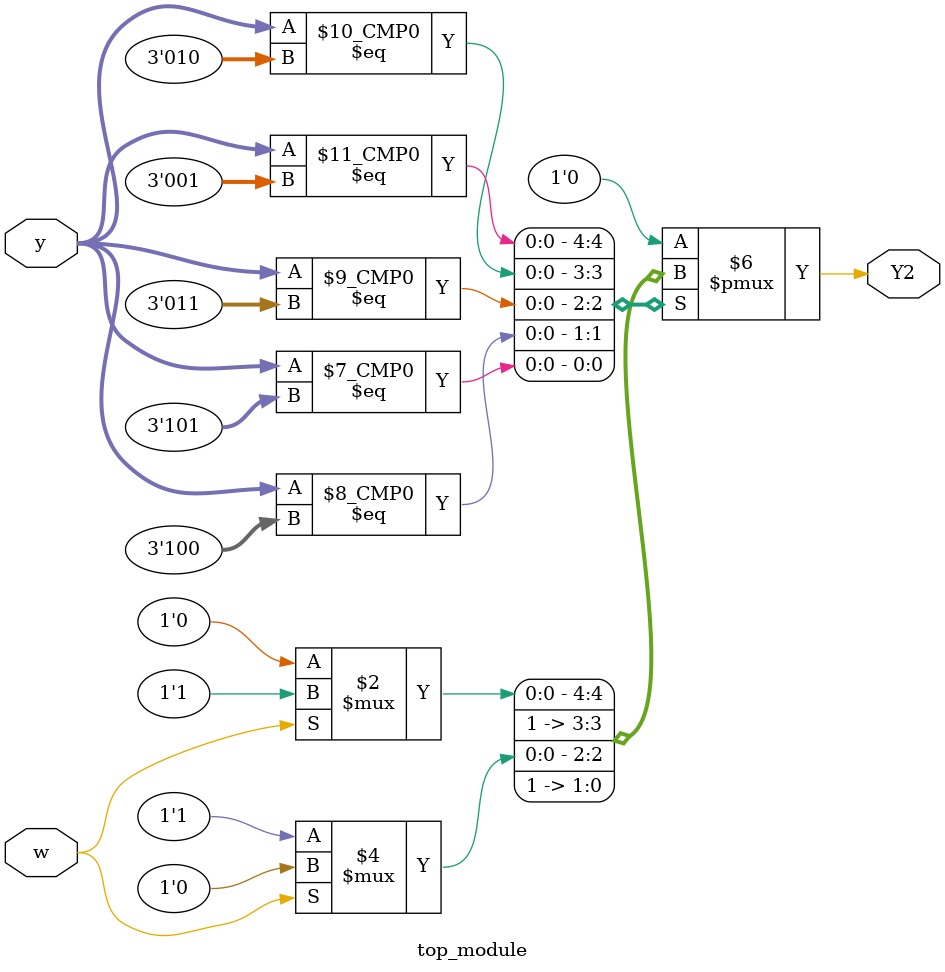
<source format=sv>
module top_module(
    input [3:1] y,
    input w,
    output reg Y2);

    always @(*) begin
        case (y)
            3'b000: Y2 = 1'b0; // State A
            3'b001: Y2 = w ? 1'b1 : 1'b0; // State B transitions to state D or C
            3'b010: Y2 = w ? 1'b1 : 1'b1; // State C transitions to state E or D
            3'b011: Y2 = w ? 1'b0 : 1'b1; // State D transitions to state F or A
            3'b100: Y2 = 1'b1; // State E
            3'b101: Y2 = 1'b1; // State F
            default: Y2 = 1'b0;
        endcase
    end

endmodule

</source>
